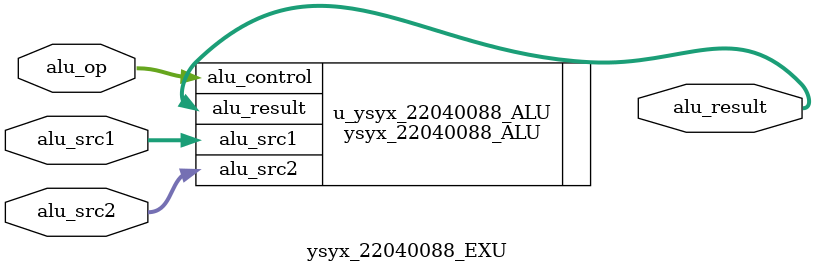
<source format=v>
module ysyx_22040088_EXU(
    // input       clk,
    // input       rst,
    // 控制信号
    input [11:0] alu_op,

    // 源操作数
    input [63:0] alu_src1,
    input [63:0] alu_src2,
    
    output [63:0] alu_result
);

ysyx_22040088_ALU u_ysyx_22040088_ALU(
    .alu_control (alu_op ),
    .alu_src1    (alu_src1    ),
    .alu_src2    (alu_src2    ),
    .alu_result  (alu_result  )
);


endmodule

</source>
